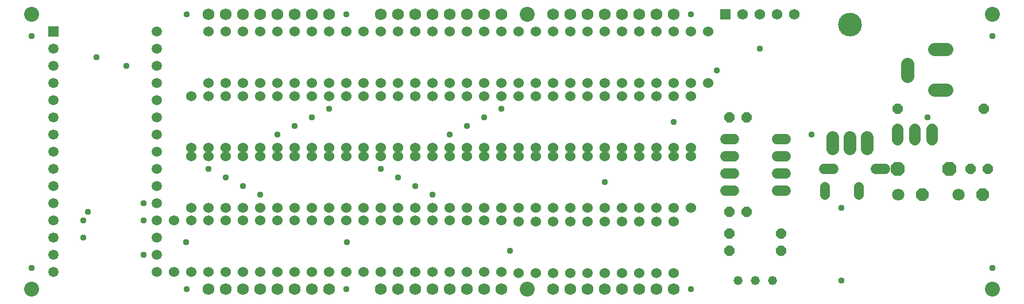
<source format=gbr>
G04 EAGLE Gerber RS-274X export*
G75*
%MOMM*%
%FSLAX34Y34*%
%LPD*%
%INSoldermask Bottom*%
%IPPOS*%
%AMOC8*
5,1,8,0,0,1.08239X$1,22.5*%
G01*
%ADD10C,2.203200*%
%ADD11R,1.511200X1.511200*%
%ADD12C,1.511200*%
%ADD13C,1.524000*%
%ADD14C,1.727200*%
%ADD15R,1.561200X1.561200*%
%ADD16C,1.561200*%
%ADD17C,1.981200*%
%ADD18C,1.727200*%
%ADD19C,1.524000*%
%ADD20C,1.879600*%
%ADD21C,3.505200*%
%ADD22C,1.411200*%
%ADD23P,1.951982X8X22.500000*%
%ADD24C,1.803400*%
%ADD25P,1.649562X8X202.500000*%
%ADD26P,1.649562X8X22.500000*%
%ADD27P,2.281895X8X22.500000*%
%ADD28C,1.320800*%
%ADD29C,0.959600*%


D10*
X19050Y19050D03*
X19050Y425450D03*
X1435100Y425450D03*
X1435100Y19050D03*
X749300Y425450D03*
X749300Y19050D03*
D11*
X50800Y400050D03*
D12*
X50800Y374650D03*
X50800Y349250D03*
X50800Y323850D03*
X50800Y298450D03*
X50800Y273050D03*
X50800Y247650D03*
X50800Y222250D03*
X50800Y196850D03*
X50800Y171450D03*
X50800Y146050D03*
X50800Y120650D03*
X50800Y95250D03*
X50800Y69850D03*
X50800Y44450D03*
X203200Y44450D03*
X203200Y69850D03*
X203200Y95250D03*
X203200Y120650D03*
X203200Y146050D03*
X203200Y171450D03*
X203200Y196850D03*
X203200Y222250D03*
X203200Y247650D03*
X203200Y273050D03*
X203200Y298450D03*
X203200Y323850D03*
X203200Y349250D03*
X203200Y374650D03*
X203200Y400050D03*
D13*
X254000Y228600D03*
X279400Y228600D03*
X406400Y228600D03*
X431800Y228600D03*
X304800Y228600D03*
X330200Y228600D03*
X381000Y228600D03*
X355600Y228600D03*
X457200Y228600D03*
X482600Y228600D03*
X482600Y304800D03*
X457200Y304800D03*
X431800Y304800D03*
X406400Y304800D03*
X381000Y304800D03*
X355600Y304800D03*
X330200Y304800D03*
X304800Y304800D03*
X279400Y304800D03*
X254000Y304800D03*
X711200Y120650D03*
X685800Y120650D03*
X558800Y120650D03*
X533400Y120650D03*
X660400Y120650D03*
X635000Y120650D03*
X584200Y120650D03*
X609600Y120650D03*
X508000Y120650D03*
X508000Y44450D03*
X533400Y44450D03*
X558800Y44450D03*
X584200Y44450D03*
X609600Y44450D03*
X635000Y44450D03*
X660400Y44450D03*
X685800Y44450D03*
X711200Y44450D03*
X787400Y323850D03*
X812800Y323850D03*
X939800Y323850D03*
X965200Y323850D03*
X838200Y323850D03*
X863600Y323850D03*
X914400Y323850D03*
X889000Y323850D03*
X990600Y323850D03*
X990600Y400050D03*
X965200Y400050D03*
X939800Y400050D03*
X914400Y400050D03*
X889000Y400050D03*
X863600Y400050D03*
X838200Y400050D03*
X812800Y400050D03*
X787400Y400050D03*
X965200Y119380D03*
X939800Y119380D03*
X812800Y119380D03*
X787400Y119380D03*
X914400Y119380D03*
X889000Y119380D03*
X838200Y119380D03*
X863600Y119380D03*
X762000Y119380D03*
X762000Y43180D03*
X787400Y43180D03*
X812800Y43180D03*
X838200Y43180D03*
X863600Y43180D03*
X889000Y43180D03*
X914400Y43180D03*
X939800Y43180D03*
X965200Y43180D03*
X482600Y215900D03*
X457200Y215900D03*
X330200Y215900D03*
X304800Y215900D03*
X431800Y215900D03*
X406400Y215900D03*
X355600Y215900D03*
X381000Y215900D03*
X279400Y215900D03*
X254000Y215900D03*
X254000Y139700D03*
X279400Y139700D03*
X304800Y139700D03*
X330200Y139700D03*
X355600Y139700D03*
X381000Y139700D03*
X406400Y139700D03*
X431800Y139700D03*
X457200Y139700D03*
X482600Y139700D03*
X508000Y228600D03*
X533400Y228600D03*
X660400Y228600D03*
X685800Y228600D03*
X558800Y228600D03*
X584200Y228600D03*
X635000Y228600D03*
X609600Y228600D03*
X711200Y228600D03*
X736600Y228600D03*
X736600Y304800D03*
X711200Y304800D03*
X685800Y304800D03*
X660400Y304800D03*
X635000Y304800D03*
X609600Y304800D03*
X584200Y304800D03*
X558800Y304800D03*
X533400Y304800D03*
X508000Y304800D03*
X736600Y215900D03*
X711200Y215900D03*
X584200Y215900D03*
X558800Y215900D03*
X685800Y215900D03*
X660400Y215900D03*
X609600Y215900D03*
X635000Y215900D03*
X533400Y215900D03*
X508000Y215900D03*
X508000Y139700D03*
X533400Y139700D03*
X558800Y139700D03*
X584200Y139700D03*
X609600Y139700D03*
X635000Y139700D03*
X660400Y139700D03*
X685800Y139700D03*
X711200Y139700D03*
X736600Y139700D03*
X762000Y228600D03*
X787400Y228600D03*
X914400Y228600D03*
X939800Y228600D03*
X812800Y228600D03*
X838200Y228600D03*
X889000Y228600D03*
X863600Y228600D03*
X965200Y228600D03*
X990600Y228600D03*
X990600Y304800D03*
X965200Y304800D03*
X939800Y304800D03*
X914400Y304800D03*
X889000Y304800D03*
X863600Y304800D03*
X838200Y304800D03*
X812800Y304800D03*
X787400Y304800D03*
X762000Y304800D03*
X990600Y215900D03*
X965200Y215900D03*
X838200Y215900D03*
X812800Y215900D03*
X939800Y215900D03*
X914400Y215900D03*
X863600Y215900D03*
X889000Y215900D03*
X787400Y215900D03*
X762000Y215900D03*
X762000Y139700D03*
X787400Y139700D03*
X812800Y139700D03*
X838200Y139700D03*
X863600Y139700D03*
X889000Y139700D03*
X914400Y139700D03*
X939800Y139700D03*
X965200Y139700D03*
X990600Y139700D03*
X279400Y323850D03*
X304800Y323850D03*
X431800Y323850D03*
X457200Y323850D03*
X330200Y323850D03*
X355600Y323850D03*
X406400Y323850D03*
X381000Y323850D03*
X482600Y323850D03*
X482600Y400050D03*
X457200Y400050D03*
X431800Y400050D03*
X406400Y400050D03*
X381000Y400050D03*
X355600Y400050D03*
X330200Y400050D03*
X304800Y400050D03*
X279400Y400050D03*
X457200Y120650D03*
X431800Y120650D03*
X304800Y120650D03*
X279400Y120650D03*
X406400Y120650D03*
X381000Y120650D03*
X330200Y120650D03*
X355600Y120650D03*
X254000Y120650D03*
X254000Y44450D03*
X279400Y44450D03*
X304800Y44450D03*
X330200Y44450D03*
X355600Y44450D03*
X381000Y44450D03*
X406400Y44450D03*
X431800Y44450D03*
X457200Y44450D03*
X533400Y323850D03*
X558800Y323850D03*
X685800Y323850D03*
X711200Y323850D03*
X584200Y323850D03*
X609600Y323850D03*
X660400Y323850D03*
X635000Y323850D03*
X736600Y323850D03*
X736600Y400050D03*
X711200Y400050D03*
X685800Y400050D03*
X660400Y400050D03*
X635000Y400050D03*
X609600Y400050D03*
X584200Y400050D03*
X558800Y400050D03*
X533400Y400050D03*
D14*
X279400Y425450D03*
X304800Y425450D03*
X330200Y425450D03*
X355600Y425450D03*
X381000Y425450D03*
X406400Y425450D03*
X431800Y425450D03*
X457200Y425450D03*
X533400Y425450D03*
X558800Y425450D03*
X584200Y425450D03*
X609600Y425450D03*
X635000Y425450D03*
X660400Y425450D03*
X685800Y425450D03*
X711200Y425450D03*
X787400Y425450D03*
X812800Y425450D03*
X838200Y425450D03*
X863600Y425450D03*
X889000Y425450D03*
X914400Y425450D03*
X939800Y425450D03*
X965200Y425450D03*
D13*
X508000Y323850D03*
X508000Y400050D03*
X228600Y120650D03*
X228600Y44450D03*
X762000Y323850D03*
X762000Y400050D03*
X482600Y120650D03*
X482600Y44450D03*
X1016000Y323850D03*
X1016000Y400050D03*
X736600Y119380D03*
X736600Y43180D03*
D15*
X1041400Y425450D03*
D16*
X1066800Y425450D03*
X1092200Y425450D03*
X1117600Y425450D03*
X1143000Y425450D03*
D17*
X1350010Y373850D02*
X1367790Y373850D01*
X1367790Y313850D02*
X1350010Y313850D01*
X1309900Y334460D02*
X1309900Y352240D01*
D18*
X1295400Y255270D02*
X1295400Y240030D01*
X1320800Y240030D02*
X1320800Y255270D01*
X1346200Y255270D02*
X1346200Y240030D01*
D14*
X279400Y19050D03*
X304800Y19050D03*
X330200Y19050D03*
X355600Y19050D03*
X381000Y19050D03*
X406400Y19050D03*
X431800Y19050D03*
X457200Y19050D03*
X533400Y19050D03*
X558800Y19050D03*
X584200Y19050D03*
X609600Y19050D03*
X635000Y19050D03*
X660400Y19050D03*
X685800Y19050D03*
X711200Y19050D03*
X787400Y19050D03*
X812800Y19050D03*
X838200Y19050D03*
X863600Y19050D03*
X889000Y19050D03*
X914400Y19050D03*
X939800Y19050D03*
X965200Y19050D03*
D19*
X1117346Y165100D02*
X1130554Y165100D01*
X1130554Y190500D02*
X1117346Y190500D01*
X1054354Y190500D02*
X1041146Y190500D01*
X1041146Y165100D02*
X1054354Y165100D01*
X1117346Y215900D02*
X1130554Y215900D01*
X1130554Y241300D02*
X1117346Y241300D01*
X1054354Y215900D02*
X1041146Y215900D01*
X1041146Y241300D02*
X1054354Y241300D01*
D20*
X1200150Y243332D02*
X1200150Y226568D01*
X1225550Y226568D02*
X1225550Y243332D01*
X1250950Y243332D02*
X1250950Y226568D01*
D21*
X1225550Y410210D03*
D19*
X1263396Y196850D02*
X1276604Y196850D01*
X1200404Y196850D02*
X1187196Y196850D01*
D22*
X1237850Y171140D02*
X1237850Y159060D01*
X1187850Y159060D02*
X1187850Y171140D01*
D23*
X1332230Y158750D03*
D24*
X1296670Y158750D03*
D23*
X1421130Y158750D03*
D24*
X1385570Y158750D03*
D25*
X1422400Y285750D03*
X1295400Y285750D03*
D26*
X1403350Y196850D03*
X1428750Y196850D03*
X1047750Y273050D03*
X1073150Y273050D03*
D27*
X1295400Y196850D03*
X1371600Y196850D03*
D26*
X1047750Y101600D03*
X1123950Y101600D03*
X1047750Y76200D03*
X1123950Y76200D03*
D28*
X1060450Y31750D03*
X1085850Y31750D03*
X1111250Y31750D03*
D26*
X1047750Y133350D03*
X1073150Y133350D03*
D29*
X19050Y50800D03*
X19050Y393700D03*
X247650Y425450D03*
X247650Y19050D03*
X863600Y177800D03*
X965200Y266700D03*
X1212850Y31750D03*
X990600Y425450D03*
X1092200Y374650D03*
X1168400Y247650D03*
X1212850Y139700D03*
X1435100Y50800D03*
X1339850Y273050D03*
X1435100Y393700D03*
X158750Y349250D03*
X184150Y146050D03*
X184150Y69850D03*
X990600Y19050D03*
X482600Y425450D03*
X482600Y19050D03*
X1028700Y342900D03*
X279400Y196850D03*
X533400Y196850D03*
X304800Y184150D03*
X558800Y184150D03*
X330200Y171450D03*
X584200Y171450D03*
X355600Y158750D03*
X609600Y158750D03*
X381000Y247650D03*
X635000Y247650D03*
X406400Y260350D03*
X660400Y260350D03*
X431800Y273050D03*
X685800Y273050D03*
X457200Y285750D03*
X711200Y285750D03*
X101600Y133350D03*
X483870Y88900D03*
X246380Y88900D03*
X95250Y120650D03*
X184150Y120650D03*
X723900Y76200D03*
X95250Y95250D03*
X114300Y361950D03*
M02*

</source>
